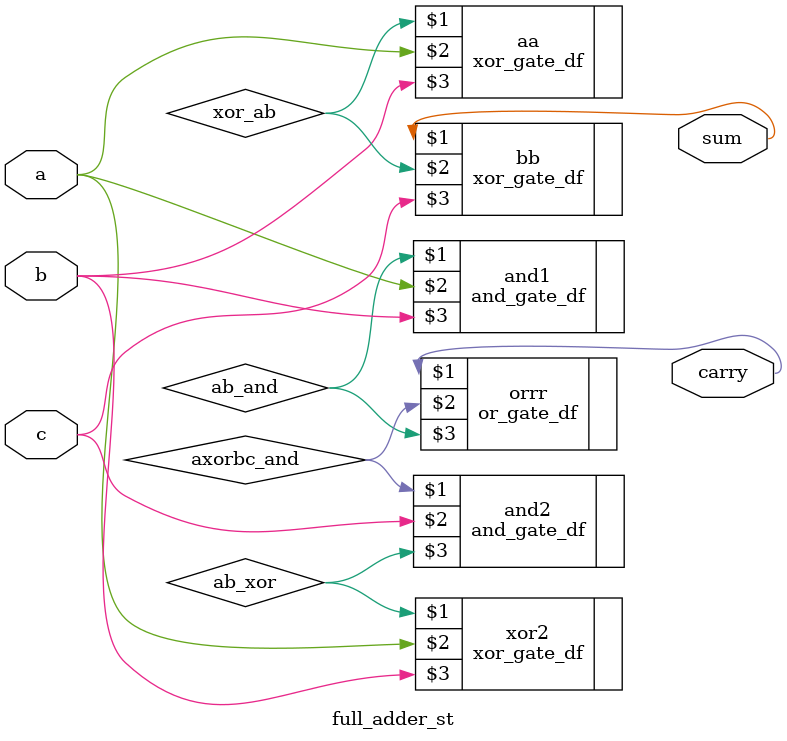
<source format=v>
`include "xor_gate_df.v"
`include "and_gate_df.v"
`include "or_gate_df.v"
module full_adder_st(output sum, carry, input a, b,c);
	wire xor_ab;
	wire ab_and,ab_xor,axorbc_and;

	
	and_gate_df and1(ab_and,a,b);
	xor_gate_df xor2(ab_xor,a,b);
	and_gate_df and2(axorbc_and,c,ab_xor);
	or_gate_df orrr(carry,axorbc_and,ab_and);
	
	xor_gate_df aa(xor_ab,a,b);
	xor_gate_df bb(sum,xor_ab,c);
	
	
endmodule
</source>
